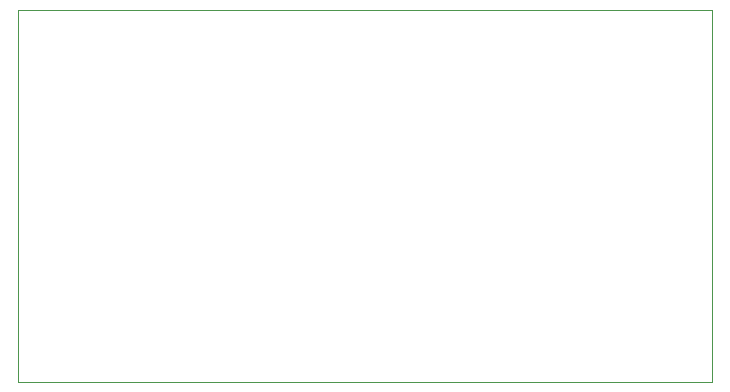
<source format=gbr>
%TF.GenerationSoftware,KiCad,Pcbnew,(6.0.11)*%
%TF.CreationDate,2025-09-27T21:04:19-04:00*%
%TF.ProjectId,433MHz-SRX882S-Dongle,3433334d-487a-42d5-9352-58383832532d,rev?*%
%TF.SameCoordinates,Original*%
%TF.FileFunction,Profile,NP*%
%FSLAX46Y46*%
G04 Gerber Fmt 4.6, Leading zero omitted, Abs format (unit mm)*
G04 Created by KiCad (PCBNEW (6.0.11)) date 2025-09-27 21:04:19*
%MOMM*%
%LPD*%
G01*
G04 APERTURE LIST*
%TA.AperFunction,Profile*%
%ADD10C,0.100000*%
%TD*%
G04 APERTURE END LIST*
D10*
X65100000Y-88400000D02*
X123900000Y-88400000D01*
X123900000Y-88400000D02*
X123900000Y-119900000D01*
X123900000Y-119900000D02*
X65100000Y-119900000D01*
X65100000Y-119900000D02*
X65100000Y-88400000D01*
M02*

</source>
